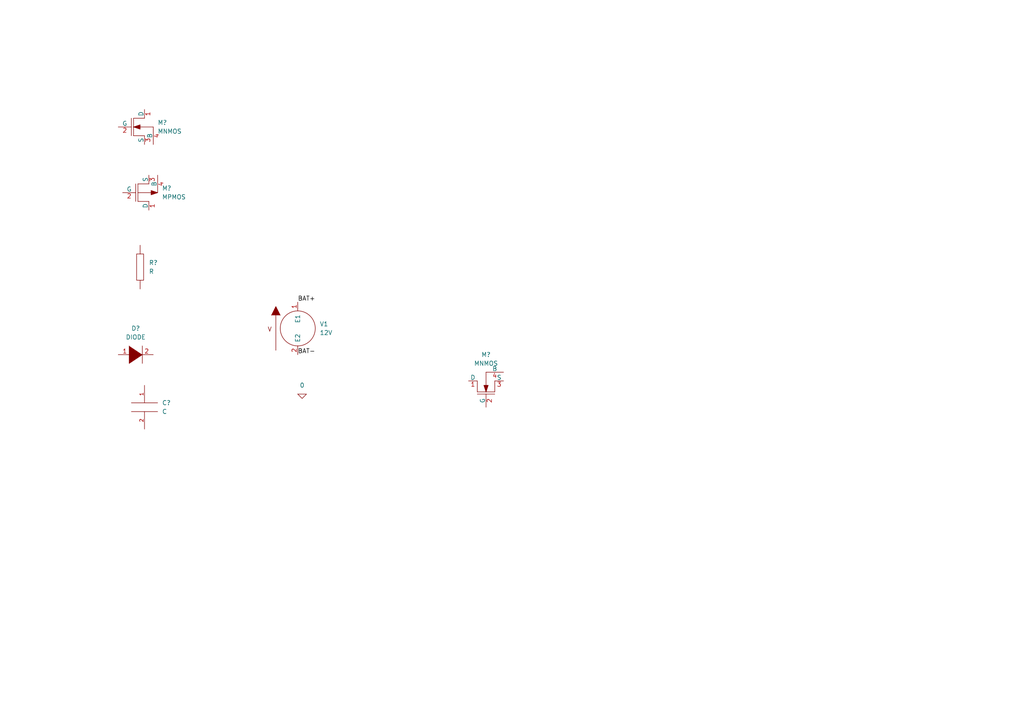
<source format=kicad_sch>
(kicad_sch (version 20211123) (generator eeschema)
  (paper "A4")
  (lib_symbols
    (symbol "pspice:0" (power) (pin_names (offset 0))
      (property "Value" "0" (at 0 -1.778 0))
      (symbol "0_0_1"
        (polyline (pts (xy -1.27 0) (xy 0 -1.27) (xy 1.27 0) (xy -1.27 0)))
      )
      (symbol "0_1_1"
        (pin power_in line (at 0 0 0) (length 0) hide (name "0") (number "1"))
      )
    )
    (symbol "pspice:C" (pin_names (offset 0.254))
      (property "Reference" "C" (at 2.54 3.81 90))
      (property "Value" "C" (at 2.54 -3.81 90))
      (symbol "C_0_1"
        (polyline (pts (xy -3.81 -1.27) (xy 3.81 -1.27)))
        (polyline (pts (xy -3.81 1.27) (xy 3.81 1.27)))
      )
      (symbol "C_1_1"
        (pin passive line (at 0 6.35 270) (length 5.08) (name "~") (number "1"))
        (pin passive line (at 0 -6.35 90) (length 5.08) (name "~") (number "2"))
      )
    )
    (symbol "pspice:DIODE" (pin_names (offset 1.016) hide)
      (property "Reference" "D" (at 0 3.81 0))
      (property "Value" "DIODE" (at 0 -4.445 0))
      (symbol "DIODE_0_1"
        (polyline (pts (xy 1.905 2.54) (xy 1.905 -2.54)))
        (polyline (pts (xy -1.905 2.54) (xy -1.905 -2.54) (xy 1.905 0)) (fill (type outline)))
      )
      (symbol "DIODE_1_1"
        (pin input line (at -5.08 0 0) (length 3.81) (name "K") (number "1"))
        (pin input line (at 5.08 0 180) (length 3.81) (name "A") (number "2"))
      )
    )
    (symbol "pspice:MNMOS" (pin_names (offset 0))
      (property "Reference" "M" (at 7.62 1.27 0))
      (property "Value" "MNMOS" (at 7.62 -1.27 0))
      (symbol "MNMOS_0_1"
        (polyline (pts (xy -1.27 -2.54) (xy -1.27 2.54)))
        (polyline (pts (xy -0.635 -2.54) (xy 2.54 -2.54)))
        (polyline (pts (xy 2.54 2.54) (xy -0.635 2.54)))
        (polyline (pts (xy 5.08 0) (xy -0.635 0)))
        (polyline (pts (xy -0.635 0) (xy 1.27 0.635) (xy 1.27 -0.635) (xy -0.635 0)) (fill (type outline)))
      )
      (symbol "MNMOS_1_1"
        (polyline (pts (xy -0.635 -2.54) (xy -0.635 2.54)))
        (pin passive line (at 2.54 5.08 270) (length 2.54) (name "D") (number "1"))
        (pin input line (at -5.08 0 0) (length 3.81) (name "G") (number "2"))
        (pin passive line (at 2.54 -5.08 90) (length 2.54) (name "S") (number "3"))
        (pin input line (at 5.08 -5.08 90) (length 5.08) (name "B") (number "4"))
      )
    )
    (symbol "pspice:MPMOS" (pin_names (offset 0))
      (property "Reference" "M" (at 7.62 1.27 0))
      (property "Value" "MPMOS" (at 7.62 -1.27 0))
      (symbol "MPMOS_0_1"
        (polyline (pts (xy -1.27 2.54) (xy -1.27 -2.54)))
        (polyline (pts (xy -0.635 -2.54) (xy 2.54 -2.54)))
        (polyline (pts (xy 2.54 2.54) (xy -0.635 2.54)))
        (polyline (pts (xy 5.08 0) (xy -0.635 0)))
        (polyline (pts (xy 5.08 0) (xy 3.175 0.635) (xy 3.175 -0.635) (xy 5.08 0)) (fill (type outline)))
      )
      (symbol "MPMOS_1_1"
        (polyline (pts (xy -0.635 -2.54) (xy -0.635 2.54)))
        (pin passive line (at 2.54 -5.08 90) (length 2.54) (name "D") (number "1"))
        (pin input line (at -5.08 0 0) (length 3.81) (name "G") (number "2"))
        (pin passive line (at 2.54 5.08 270) (length 2.54) (name "S") (number "3"))
        (pin input line (at 5.08 5.08 270) (length 5.08) (name "B") (number "4"))
      )
    )
    (symbol "pspice:R" (pin_numbers hide) (pin_names (offset 0))
      (property "Reference" "R" (at 2.032 0 90))
      (property "Value" "R" (at 0 0 90))
      (symbol "R_0_1"
        (rectangle (start -1.016 3.81) (end 1.016 -3.81))
      )
      (symbol "R_1_1"
        (pin passive line (at 0 6.35 270) (length 2.54) (name "~") (number "1"))
        (pin passive line (at 0 -6.35 90) (length 2.54) (name "~") (number "2"))
      )
    )
    (symbol "pspice:VSOURCE" (pin_names (offset 1.016))
      (property "Reference" "V" (at -6.35 7.62 0))
      (property "Value" "VSOURCE" (at 0 0 0))
      (symbol "VSOURCE_0_1"
        (polyline (pts (xy -6.35 -6.35) (xy -6.35 3.81)) (fill (type outline)))
        (polyline (pts (xy -7.62 3.81) (xy -6.35 6.35) (xy -5.08 3.81)) (fill (type outline)))
        (circle (center 0 0) (radius 5.08))
        (text "V" (at -8.128 -0.254 0) (effects (font (size 1.27 1.27))))
      )
      (symbol "VSOURCE_1_1"
        (pin input line (at 0 7.62 270) (length 2.54) (name "E1") (number "1"))
        (pin input line (at 0 -7.62 90) (length 2.54) (name "E2") (number "2"))
      )
    )
  )
  (label "BAT+" (at 86.36 87.63 0))
  (label "BAT-" (at 86.36 102.87 0))
  (symbol (lib_id "pspice:VSOURCE") (at 86.36 95.25 0) (unit 1)
    (property "Reference" "V1" (at 92.71 93.9799 0) (effects (justify left)))
    (property "Value" "12V" (at 92.71 96.5199 0) (effects (justify left)))
  )
  (symbol (lib_id "pspice:C") (at 41.91 118.11 0) (unit 1)
    (property "Reference" "C?" (at 46.99 116.8399 0) (effects (justify left)))
    (property "Value" "C" (at 46.99 119.3799 0) (effects (justify left)))
  )
  (symbol (lib_id "pspice:0") (at 87.63 114.3 0) (unit 1)
    (property "Reference" "#GND?" (effects hide))
    (property "Value" "0" (at 87.63 111.76 0))
  )
  (symbol (lib_id "pspice:R") (at 40.64 77.47 0) (unit 1)
    (property "Reference" "R?" (at 43.18 76.1999 0) (effects (justify left)))
    (property "Value" "R" (at 43.18 78.7399 0) (effects (justify left)))
  )
  (symbol (lib_id "pspice:MPMOS") (at 40.64 55.88 0) (unit 1)
    (property "Reference" "M?" (at 46.99 54.6099 0) (effects (justify left)))
    (property "Value" "MPMOS" (at 46.99 57.1499 0) (effects (justify left)))
  )
  (symbol (lib_id "pspice:MNMOS") (at 39.37 36.83 0) (unit 1)
    (property "Reference" "M?" (at 45.72 35.5599 0) (effects (justify left)))
    (property "Value" "MNMOS" (at 45.72 38.0999 0) (effects (justify left)))
  )
  (symbol (lib_id "pspice:MNMOS") (at 140.97 113.03 90) (unit 1)
    (property "Reference" "M?" (at 140.97 102.87 90))
    (property "Value" "MNMOS" (at 140.97 105.41 90))
  )
  (symbol (lib_id "pspice:DIODE") (at 39.37 102.87 0) (unit 1)
    (property "Reference" "D?" (at 39.37 95.25 0))
    (property "Value" "DIODE" (at 39.37 97.79 0))
  )
)
</source>
